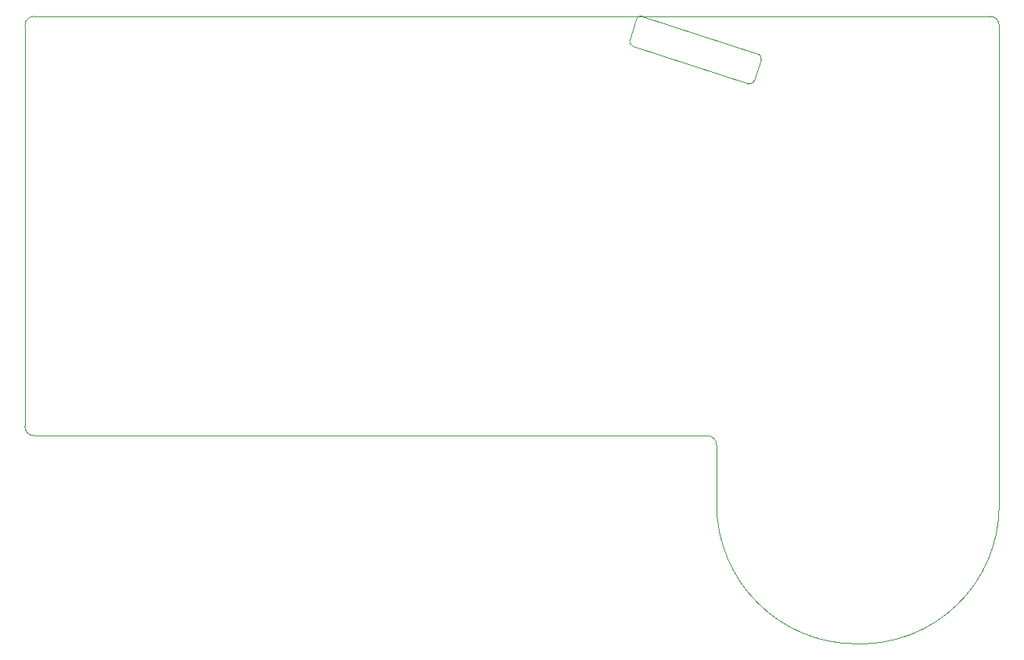
<source format=gbr>
G04 #@! TF.GenerationSoftware,KiCad,Pcbnew,8.0.6*
G04 #@! TF.CreationDate,2025-01-11T22:07:08+09:00*
G04 #@! TF.ProjectId,original_keyboard,6f726967-696e-4616-9c5f-6b6579626f61,rev?*
G04 #@! TF.SameCoordinates,Original*
G04 #@! TF.FileFunction,Profile,NP*
%FSLAX46Y46*%
G04 Gerber Fmt 4.6, Leading zero omitted, Abs format (unit mm)*
G04 Created by KiCad (PCBNEW 8.0.6) date 2025-01-11 22:07:08*
%MOMM*%
%LPD*%
G01*
G04 APERTURE LIST*
G04 #@! TA.AperFunction,Profile*
%ADD10C,0.100000*%
G04 #@! TD*
G04 #@! TA.AperFunction,Profile*
%ADD11C,0.050000*%
G04 #@! TD*
G04 APERTURE END LIST*
D10*
X51200001Y-105410000D02*
G75*
G02*
X50200000Y-104410000I-1J1000000D01*
G01*
X155658327Y-112953764D02*
G75*
G02*
X140208000Y-127939801I-14996567J3664D01*
G01*
X50200001Y-104410000D02*
X50200001Y-61000001D01*
X51200001Y-60000001D02*
X154659999Y-60000001D01*
X154659999Y-60000001D02*
G75*
G02*
X155659999Y-61000001I1J-999999D01*
G01*
X124070000Y-105410001D02*
G75*
G02*
X125069999Y-106410001I0J-999999D01*
G01*
X124070000Y-105410001D02*
X51200001Y-105410000D01*
X140208000Y-127939800D02*
G75*
G02*
X125069900Y-112797958I3700J15141800D01*
G01*
X155659999Y-61000001D02*
X155659092Y-112953764D01*
X125069861Y-112797958D02*
X125070000Y-106410001D01*
X50200001Y-61000001D02*
G75*
G02*
X51200001Y-60000001I999999J1D01*
G01*
D11*
X115993168Y-63215577D02*
X128499561Y-67279151D01*
X116382287Y-60319056D02*
X115656097Y-62554039D01*
X129161099Y-66942080D02*
X129887290Y-64707097D01*
X129550219Y-64045559D02*
X117043826Y-59981986D01*
X115993168Y-63215577D02*
G75*
G02*
X115656098Y-62554039I162234J499304D01*
G01*
X116382287Y-60319056D02*
G75*
G02*
X117043826Y-59981985I499305J-162234D01*
G01*
X129161099Y-66942080D02*
G75*
G02*
X128499561Y-67279150I-499304J162234D01*
G01*
X129550219Y-64045559D02*
G75*
G02*
X129887289Y-64707097I-162234J-499304D01*
G01*
M02*

</source>
